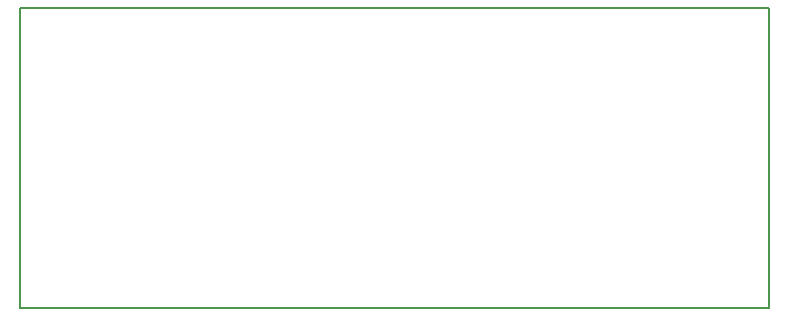
<source format=gbr>
G04 #@! TF.GenerationSoftware,KiCad,Pcbnew,5.1.5+dfsg1-2build2*
G04 #@! TF.CreationDate,2022-05-23T14:10:23+02:00*
G04 #@! TF.ProjectId,wy__cznik zmierzchowy wersja II,77794205-637a-46e6-996b-207a6d696572,rev?*
G04 #@! TF.SameCoordinates,Original*
G04 #@! TF.FileFunction,Other,User*
%FSLAX46Y46*%
G04 Gerber Fmt 4.6, Leading zero omitted, Abs format (unit mm)*
G04 Created by KiCad (PCBNEW 5.1.5+dfsg1-2build2) date 2022-05-23 14:10:23*
%MOMM*%
%LPD*%
G04 APERTURE LIST*
%ADD10C,0.200000*%
G04 APERTURE END LIST*
D10*
X16800000Y-39200000D02*
X16900000Y-39200000D01*
X16800000Y-38800000D02*
X16800000Y-39200000D01*
X16800000Y-13800000D02*
X16800000Y-38800000D01*
X80200000Y-13800000D02*
X16800000Y-13800000D01*
X80200000Y-39200000D02*
X80200000Y-13800000D01*
X16900000Y-39200000D02*
X80200000Y-39200000D01*
M02*

</source>
